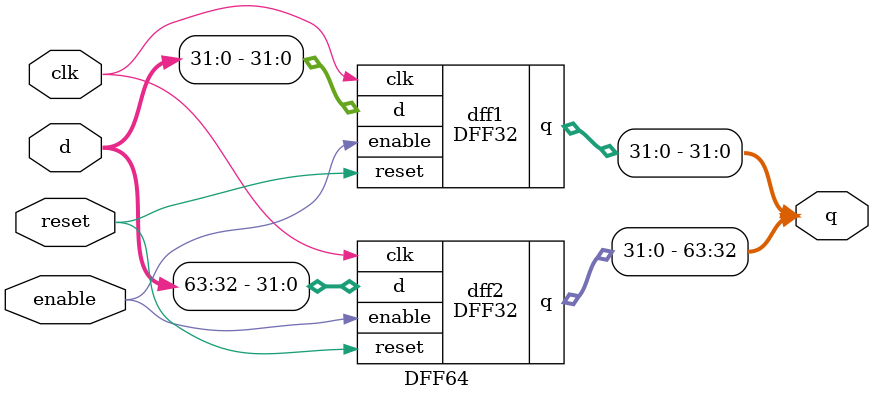
<source format=sv>
`timescale 1ns/10ps

module D_FF (q, d, reset, clk);
	output reg q;
	input d, reset, clk;
	
	always_ff @(posedge clk)
		if (reset)
			q <= 0; // On reset, set to 0
		else
			q <= d; // Otherwise out = d
endmodule

// DFF with enable signal
module DFF1_enable (q, d, reset, clk, enable);
	output logic q;
	input logic d, reset, clk, enable;
	logic mux_out;
	
	mux_2to1_1bit m (.out(mux_out), .control(enable), .in({d, q}));
	D_FF dff0 (.q, .d(mux_out), .reset, .clk);
endmodule

module DFF_2 (q, d, reset, clk, enable);
	output logic [1:0] q;
	input logic [1:0] d;
	input logic reset, clk, enable;

	DFF1_enable dff1 (.q(q[0]), .d(d[0]), .reset, .clk, .enable);
	DFF1_enable dff2 (.q(q[1]), .d(d[1]), .reset, .clk, .enable);
endmodule

module DFF3 (q, d, reset, clk, enable);
	output logic [2:0] q;
	input logic [2:0] d;
	input logic reset, clk, enable;

	DFF_2 dff1 (.q(q[1:0]), .d(d[1:0]), .reset, .clk, .enable);
	DFF1_enable dff2 (.q(q[2]), .d(d[2]), .reset, .clk, .enable);
endmodule
	
// 4 bit DFF helper
module DFF4(q, d, reset, clk, enable);
	output logic [3:0] q;
	input logic [3:0] d;
	input logic reset, clk, enable;
	
	DFF_2 dff1 (.q(q[1:0]), .d(d[1:0]), .reset, .clk, .enable);
	DFF_2 dff2 (.q(q[3:2]), .d(d[3:2]), .reset, .clk, .enable);
endmodule

module DFF5(q, d, reset, clk, enable);
	output logic [4:0] q;
	input logic [4:0] d;
	input logic reset, clk, enable;
	
	DFF4 dff1 (.q(q[3:0]), .d(d[3:0]), .reset, .clk, .enable);
	DFF1_enable dff2 (.q(q[4]), .d(d[4]), .reset, .clk, .enable);
endmodule

// 16 bit DFF helper
module DFF16(q, d, reset, clk, enable);
	output logic [15:0] q;
	input logic [15:0] d;
	input logic clk, reset, enable;
	
	DFF4 dff1 (.q(q[3:0]), .d(d[3:0]), .reset, .clk, .enable);
	DFF4 dff2 (.q(q[7:4]), .d(d[7:4]), .reset, .clk, .enable);
	DFF4 dff3 (.q(q[11:8]), .d(d[11:8]), .reset, .clk, .enable);
	DFF4 dff4 (.q(q[15:12]), .d(d[15:12]), .reset, .clk, .enable);
endmodule

module DFF32(q, d, reset, clk, enable);
	output logic [31:0] q;
	input logic [31:0] d;
	input logic clk, reset, enable;
	
	DFF16 dff1 (.q(q[15:0]), .d(d[15:0]), .reset, .clk, .enable);
	DFF16 dff2 (.q(q[31:16]), .d(d[31:16]), .reset, .clk, .enable);
endmodule

// 64 bit DFF
module DFF64(q, d, reset, clk, enable);
	output logic [63:0] q;
	input logic [63:0] d;
	input logic clk, reset, enable;
	
	DFF32 dff1 (.q(q[31:0]),  .d(d[31:0]),  .reset, .clk, .enable);
	DFF32 dff2 (.q(q[63:32]), .d(d[63:32]), .reset, .clk, .enable);
endmodule

</source>
